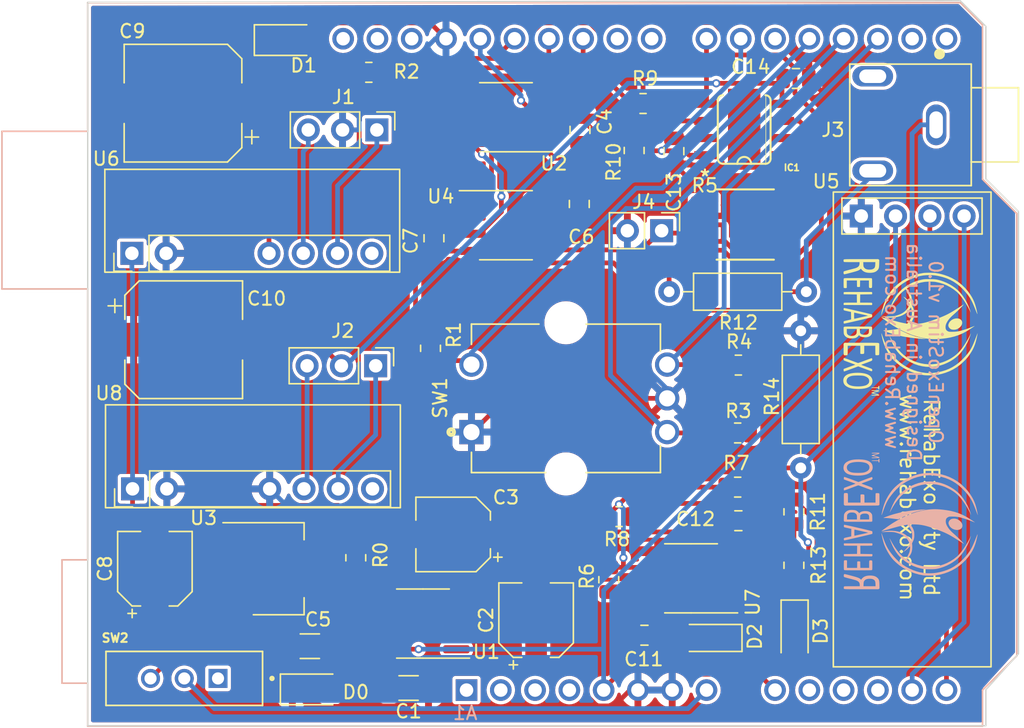
<source format=kicad_pcb>
(kicad_pcb (version 20211014) (generator pcbnew)
  (title_block (title "Programmable Constant Current Stimulator") (date "2023-05-22") (company "RehabExo Pty Ltd") (comment 1 "Dr Monzurul Alam"))
  (layers (0 "F.Cu" signal) (31 "B.Cu" signal) (34 "B.Paste" user) (35 "F.Paste" user) (36 "B.SilkS" user "B.Silkscreen") (37 "F.SilkS" user "F.Silkscreen") (38 "B.Mask" user) (39 "F.Mask" user) (44 "Edge.Cuts" user))
  (net 0 "")
  (net 5 "+5V")
  (net 6 "GND")
  (net 8 "/Isense")
  (net 11 "/SDA")
  (net 12 "/SCL")
  (net 15 "/EN")
  (net 16 "/FLG")
  (net 19 "Net-(A1-Pad17)")
  (net 20 "Net-(A1-Pad18)")
  (net 21 "Net-(A1-Pad27)")
  (net 23 "/CS")
  (net 24 "/SDI")
  (net 26 "/SCK")
  (net 30 "Net-(C2-Pad1)")
  (net 31 "Net-(C2-Pad2)")
  (net 32 "-5V")
  (net 33 "/+HV")
  (net 34 "/-HV")
  (net 35 "Net-(D1-Pad2)")
  (net 36 "Net-(D2-Pad1)")
  (net 37 "Net-(IC1-Pad2)")
  (net 38 "Net-(IC1-Pad3)")
  (net 39 "Net-(IC1-Pad6)")
  (net 40 "/HEAT")
  (net 41 "/+Iout")
  (net 42 "Net-(D2-Pad2)")
  (net 43 "/-Iout")
  (net 44 "/Vbat")
  (net 45 "/Vn")
  (net 46 "/Vp")
  (net 47 "/-2Rf")
  (net 49 "/-Rf")
  (net 51 "/-48v")
  (net 52 "/-24v")
  (net 53 "/+5P")
  (net 57 "Net-(A1-Pad19)")
  (net 58 "Net-(C5-Pad1)")
  (net 59 "Net-(D3-Pad1)")
  (net 60 "Net-(R6-Pad2)")
  (net 62 "/Vsig")
  (net 63 "Net-(D0-Pad2)")
  (footprint "Capacitor_SMD:CP_Elec_5x5.3" (layer "F.Cu") (at 207.2132 109.5248 90)
    (fp_text reference "C2")
    (fp_text value "10uF")
  )
  (footprint "Package_SO:SOIC-8_3.9x4.9mm_P1.27mm" (layer "F.Cu") (at 204.978 72.263 180)
    (fp_text reference "U2")
    (fp_text value "MCP4822")
  )
  (footprint "Capacitor_SMD:C_0805_2012Metric" (layer "F.Cu") (at 210.4136 78.6892 -90)
    (fp_text reference "C6")
    (fp_text value "100n")
  )
  (footprint "Resistor_THT:R_Axial_DIN0207_L6.3mm_D2.5mm_P10.16mm_Horizontal" (layer "F.Cu") (at 217.0684 85.1916)
    (fp_text reference "R12")
    (fp_text value "20R")
  )
  (footprint "Resistor_SMD:R_0805_2012Metric" (layer "F.Cu") (at 194.8199 68.9356)
    (fp_text reference "R2")
    (fp_text value "270R")
  )
  (footprint "Capacitor_SMD:CP_Elec_5x5.3" (layer "F.Cu") (at 201.0664 103.1748 180)
    (fp_text reference "C3")
    (fp_text value "10uF")
  )
  (footprint "Connector_PinHeader_2.54mm:PinHeader_1x03_P2.54mm_Vertical" (layer "F.Cu") (at 195.4126 73.2028 -90)
    (fp_text reference "J1")
    (fp_text value "+Jumber")
  )
  (footprint "RehabExo:RehabExoNameLogo_11mmx15.6mm" (layer "F.Cu") (at 233.511354 87.597991 -90)
    (fp_text reference "G1" hide)
    (fp_text value "LOGO" hide)
  )
  (footprint "Package_SO:SOIC-8_3.9x4.9mm_P1.27mm" (layer "F.Cu") (at 218.694 106.426 180)
    (fp_text reference "U7")
    (fp_text value "TL072")
  )
  (footprint "Package_SO:SOIC-8_3.9x4.9mm_P1.27mm" (layer "F.Cu") (at 198.8312 109.7788 180)
    (fp_text reference "U1")
    (fp_text value "ICL7660")
  )
  (footprint "Package_TO_SOT_SMD:SOT-223" (layer "F.Cu") (at 188.1124 105.7148)
    (fp_text reference "U3")
    (fp_text value "AZ1117EH-5.0TRG1")
  )
  (footprint "LED_SMD:LED_1206_3216Metric" (layer "F.Cu") (at 188.6204 66.548)
    (fp_text reference "D1")
    (fp_text value "LED")
  )
  (footprint "RehabExo:SO08GP" (layer "F.Cu") (at 222.631 73.152 90)
    (fp_text reference "IC1")
    (fp_text value "OPA454")
  )
  (footprint "RehabExo:ENC_PEC12R-4025F-S0024" (layer "F.Cu") (at 209.423 93.091 180)
    (fp_text reference "SW1")
    (fp_text value "RotaryEncoder_Switch")
  )
  (footprint "RehabExo:CUI_MJ-2506N" (layer "F.Cu") (at 234.453 72.8275 180)
    (fp_text reference "J3")
    (fp_text value "OUTPUT")
  )
  (footprint "Resistor_SMD:R_0805_2012Metric" (layer "F.Cu") (at 222.1992 90.6272 180)
    (fp_text reference "R4")
    (fp_text value "10K")
  )
  (footprint "Resistor_SMD:R_0805_2012Metric" (layer "F.Cu") (at 193.8528 104.902 90)
    (fp_text reference "R0")
    (fp_text value "270R")
  )
  (footprint "Capacitor_SMD:C_0805_2012Metric" (layer "F.Cu") (at 199.644 81.2292 -90)
    (fp_text reference "C7")
    (fp_text value "100n")
  )
  (footprint "Connector_PinHeader_2.54mm:PinHeader_1x02_P2.54mm_Vertical" (layer "F.Cu") (at 216.5146 80.6704 -90)
    (fp_text reference "J4")
    (fp_text value "Test")
  )
  (footprint "Capacitor_SMD:CP_Elec_8x10.5" (layer "F.Cu") (at 181.102 88.7476)
    (fp_text reference "C10")
    (fp_text value "33uF")
  )
  (footprint "Capacitor_SMD:C_0805_2012Metric" (layer "F.Cu") (at 222.1992 102.1588)
    (fp_text reference "C12")
    (fp_text value "100n")
  )
  (footprint "RehabExo:NMT0572SC" (layer "F.Cu") (at 186.2328 99.7966)
    (fp_text reference "U8")
    (fp_text value "NMT0572SC")
  )
  (footprint "Resistor_SMD:R_0805_2012Metric" (layer "F.Cu") (at 213.36 101.854)
    (fp_text reference "R8")
    (fp_text value "20K")
  )
  (footprint "LED_SMD:LED_1206_3216Metric" (layer "F.Cu") (at 190.5508 114.6556)
    (fp_text reference "D0")
    (fp_text value "LED")
  )
  (footprint "Capacitor_SMD:C_1206_3216Metric" (layer "F.Cu") (at 197.7644 114.554)
    (fp_text reference "C1")
    (fp_text value "1uF")
  )
  (footprint "Resistor_SMD:R_0805_2012Metric" (layer "F.Cu") (at 226.314 105.4608 -90)
    (fp_text reference "R13")
    (fp_text value "20K")
  )
  (footprint "Diode_SMD:D_SOD-123" (layer "F.Cu") (at 226.3648 110.2868 -90)
    (fp_text reference "D3")
    (fp_text value "1N4148")
  )
  (footprint "Resistor_SMD:R_0805_2012Metric" (layer "F.Cu") (at 226.314 101.4984 -90)
    (fp_text reference "R11")
    (fp_text value "20K")
  )
  (footprint "RehabExo:MDOB128032GV-WI" (layer "F.Cu") (at 234.696 79.583)
    (fp_text reference "U5")
    (fp_text value "MDOB128032")
  )
  (footprint "Capacitor_SMD:C_0805_2012Metric" (layer "F.Cu") (at 215.2396 110.6424 180)
    (fp_text reference "C11")
    (fp_text value "100n")
  )
  (footprint "Resistor_SMD:R_0805_2012Metric" (layer "F.Cu") (at 215.138 71.247)
    (fp_text reference "R9")
    (fp_text value "1M")
  )
  (footprint "Resistor_SMD:R_0805_2012Metric" (layer "F.Cu") (at 222.1484 99.6696)
    (fp_text reference "R7")
    (fp_text value "10K")
  )
  (footprint "Connector_PinHeader_2.54mm:PinHeader_1x03_P2.54mm_Vertical" (layer "F.Cu") (at 195.326 90.678 -90)
    (fp_text reference "J2")
    (fp_text value "-Jumber")
  )
  (footprint "Capacitor_SMD:C_0805_2012Metric" (layer "F.Cu") (at 226.4664 69.3928)
    (fp_text reference "C14")
    (fp_text value "100n")
  )
  (footprint "Package_SO:SOIC-8_3.9x4.9mm_P1.27mm" (layer "F.Cu") (at 204.978 80.264)
    (fp_text reference "U4")
    (fp_text value "AD8278")
  )
  (footprint "Resistor_SMD:R_0805_2012Metric" (layer "F.Cu") (at 214.4776 74.7268 -90)
    (fp_text reference "R10")
    (fp_text value "1M")
  )
  (footprint "Capacitor_SMD:CP_Elec_8x10.5" (layer "F.Cu") (at 181.0512 71.2216 180)
    (fp_text reference "C9")
    (fp_text value "33uF")
  )
  (footprint "RehabExo:NMT0572SC" (layer "F.Cu") (at 186.182 82.3468)
    (fp_text reference "U6")
    (fp_text value "NMT0572SC")
  )
  (footprint "Resistor_SMD:R_0805_2012Metric" (layer "F.Cu") (at 212.598 106.5276 90)
    (fp_text reference "R6")
    (fp_text value "20K")
  )
  (footprint "Diode_SMD:D_SOD-123" (layer "F.Cu") (at 220.218 110.8456 180)
    (fp_text reference "D2")
    (fp_text value "1N4148")
  )
  (footprint "Resistor_THT:R_Axial_DIN0207_L6.3mm_D2.5mm_P10.16mm_Horizontal" (layer "F.Cu") (at 226.822 98.2472 90)
    (fp_text reference "R14")
    (fp_text value "10R")
  )
  (footprint "Resistor_SMD:R_0805_2012Metric" (layer "F.Cu") (at 222.1484 95.6564 180)
    (fp_text reference "R3")
    (fp_text value "10K")
  )
  (footprint "RehabExo:SW_MINI-SPDT-SW" (layer "F.Cu") (at 181.1451 113.8428 180)
    (fp_text reference "SW2")
    (fp_text value "SW_SPDT")
  )
  (footprint "Capacitor_SMD:CP_Elec_5x5.4" (layer "F.Cu") (at 178.9684 105.7148 90)
    (fp_text reference "C8")
    (fp_text value "47uF")
  )
  (footprint "RehabExo:ORN_VIS" (layer "F.Cu") (at 222.7072 80.2132)
    (fp_text reference "R5")
    (fp_text value "ORNTA1003AT1")
  )
  (footprint "Capacitor_SMD:C_0805_2012Metric" (layer "F.Cu") (at 217.424 74.7776 -90)
    (fp_text reference "C13")
    (fp_text value "100n")
  )
  (footprint "Capacitor_SMD:C_1206_3216Metric" (layer "F.Cu") (at 190.4492 111.4552)
    (fp_text reference "C5")
    (fp_text value "1uF")
  )
  (footprint "Resistor_SMD:R_0805_2012Metric" (layer "F.Cu") (at 199.39 89.3845 -90)
    (fp_text reference "R1")
    (fp_text value "10K")
  )
  (footprint "Capacitor_SMD:C_0805_2012Metric" (layer "F.Cu") (at 210.4644 73.2028 90)
    (fp_text reference "C4")
    (fp_text value "100n")
  )
  (footprint "Module:Arduino_UNO_R3" (layer "B.Cu") (at 202.057 114.7064)
    (fp_text reference "A1")
    (fp_text value "Arduino_UNO_R3")
  )
  (footprint "RehabExo:RehabExoNameLogo_11mmx15.6mm" (layer "B.Cu") (at 233.5276 102.4128 90)
    (fp_text reference "G2" hide)
    (fp_text value "LOGO" hide)
  )
  (gr_poly (pts (xy 240.538 65.532) (xy 240.538 76.835) (xy 242.951 79.248) (xy 242.951 112.014) (xy 240.538 114.681) (xy 240.538 117.348) (xy 173.99 117.348) (xy 173.99 63.754) (xy 174.117 63.754) (xy 238.633 63.627)) (layer "Edge.Cuts") (width 0.1) (fill none))
  (gr_text "OpenExoStim v1.0\nDesigned in Australia\nwww.RehabExo.com" (at 235.204 89.662 270) (layer "B.SilkS") (effects (font (size 1 1)) (justify mirror)))
  (gr_text "RehabExo Pty Ltd\nwww.rehabexo.com" (at 235.6104 100.4316 270) (layer "F.SilkS") (effects (font (size 1.1 1.1))))
  (segment (start 196.2894 114.554) (end 196.3562 114.4872) (width 0.35) (layer "F.Cu") (net 5))
  (segment (start 206.0839 83.0554) (end 206.0839 80.4789) (width 0.35) (layer "F.Cu") (net 5))
  (segment (start 196.3636 111.6764) (end 198.5051 111.6764) (width 0.35) (layer "F.Cu") (net 5))
  (segment (start 209.3124 79.629) (end 210.4034 79.629) (width 0.35) (layer "F.Cu") (net 5))
  (segment (start 223.2152 86.5632) (end 223.1117 86.6667) (width 0.35) (layer "F.Cu") (net 5))
  (segment (start 206.0839 80.4789) (end 206.9338 79.629) (width 0.35) (layer "F.Cu") (net 5))
  (segment (start 223.1117 90.1355) (end 223.1117 90.6272) (width 0.35) (layer "F.Cu") (net 5))
  (segment (start 228.0909 86.5632) (end 223.2152 86.5632) (width 0.35) (layer "F.Cu") (net 5))
  (segment (start 212.217 114.7064) (end 212.217 114.615) (width 0.35) (layer "F.Cu") (net 5))
  (segment (start 199.39 88.472) (end 204.8066 83.0554) (width 0.35) (layer "F.Cu") (net 5))
  (segment (start 209.3124 79.629) (end 209.3124 75.3048) (width 0.35) (layer "F.Cu") (net 5))
  (segment (start 196.3562 114.4872) (end 196.3562 111.6838) (width 0.35) (layer "F.Cu") (net 5))
  (segment (start 207.453 79.629) (end 209.3124 79.629) (width 0.35) (layer "F.Cu") (net 5))
  (segment (start 209.3124 75.3048) (end 210.4644 74.1528) (width 0.35) (layer "F.Cu") (net 5))
  (segment (start 223.1117 95.6056) (end 223.1117 90.6272) (width 0.35) (layer "F.Cu") (net 5))
  (segment (start 233.846 80.8081) (end 228.0909 86.5632) (width 0.35) (layer "F.Cu") (net 5))
  (segment (start 210.4034 79.629) (end 210.4136 79.6392) (width 0.35) (layer "F.Cu") (net 5))
  (segment (start 223.1117 86.5632) (end 223.1117 90.1355) (width 0.35) (layer "F.Cu") (net 5))
  (segment (start 223.1117 86.6667) (end 223.1117 90.1355) (width 0.35) (layer "F.Cu") (net 5))
  (segment (start 216.4588 86.5632) (end 223.1117 86.5632) (width 0.35) (layer "F.Cu") (net 5))
  (segment (start 204.8066 83.0554) (end 206.0839 83.0554) (width 0.35) (layer "F.Cu") (net 5))
  (segment (start 206.9338 79.629) (end 207.453 79.629) (width 0.35) (layer "F.Cu") (net 5))
  (segment (start 209.3124 75.3048) (end 208.5898 75.3048) (width 0.35) (layer "F.Cu") (net 5))
  (segment (start 206.0839 83.0554) (end 212.951 83.0554) (width 0.35) (layer "F.Cu") (net 5))
  (segment (start 208.5898 75.3048) (end 207.453 74.168) (width 0.35) (layer "F.Cu") (net 5))
  (segment (start 216.1896 108.3604) (end 216.219 108.331) (width 0.35) (layer "F.Cu") (net 5))
  (segment (start 216.1896 110.6424) (end 216.1896 108.3604) (width 0.35) (layer "F.Cu") (net 5))
  (segment (start 223.0609 95.6564) (end 223.1117 95.6056) (width 0.35) (layer "F.Cu") (net 5))
  (segment (start 212.951 83.0554) (end 216.4588 86.5632) (width 0.35) (layer "F.Cu") (net 5))
  (segment (start 196.3562 111.6838) (end 196.3636 111.6764) (width 0.35) (layer "F.Cu") (net 5))
  (segment (start 233.846 79.583) (end 233.846 80.8081) (width 0.35) (layer "F.Cu") (net 5))
  (segment (start 212.217 114.615) (end 216.1896 110.6424) (width 0.35) (layer "F.Cu") (net 5))
  (via (at 198.5051 111.6764) (size 0.6) (drill 0.35) (layers "F.Cu" "B.Cu") (net 5))
  (segment (start 212.217 107.3223) (end 212.217 111.6764) (width 0.35) (layer "B.Cu") (net 5))
  (segment (start 212.217 111.6764) (end 212.217 114.7064) (width 0.35) (layer "B.Cu") (net 5))
  (segment (start 233.846 85.6933) (end 212.217 107.3223) (width 0.35) (layer "B.Cu") (net 5))
  (segment (start 233.846 79.583) (end 233.846 85.6933) (width 0.35) (layer "B.Cu") (net 5))
  (segment (start 212.217 111.6764) (end 198.5051 111.6764) (width 0.35) (layer "B.Cu") (net 5))
  (segment (start 213.8405 79.3111) (end 212.2685 77.7392) (width 0.35) (layer "F.Cu") (net 6))
  (segment (start 194.0977 74.1216) (end 194.0977 73.2028) (width 0.35) (layer "F.Cu") (net 6))
  (segment (start 179.1165 72.9869) (end 185.5554 66.548) (width 0.35) (layer "F.Cu") (net 6))
  (segment (start 218.7395 77.0431) (end 220.2074 77.0431) (width 0.35) (layer "F.Cu") (net 6))
  (segment (start 216.219 104.521) (end 215.9248 104.2268) (width 0.35) (layer "F.Cu") (net 6))
  (segment (start 177.3512 71.2216) (end 179.1165 72.9869) (width 0.35) (layer "F.Cu") (net 6))
  (segment (start 199.7785 76.5733) (end 199.7785 74.4439) (width 0.35) (layer "F.Cu") (net 6))
  (segment (start 194.9315 103.4114) (end 192.5418 101.0217) (width 0.35) (layer "F.Cu") (net 6))
  (segment (start 217.9537 105.791) (end 221.169 105.791) (width 0.35) (layer "F.Cu") (net 6))
  (segment (start 205.0034 93.091) (end 202.5034 95.591) (width 0.35) (layer "F.Cu") (net 6))
  (segment (start 217.424 75.7276) (end 213.8405 79.3111) (width 0.35) (layer "F.Cu") (net 6))
  (segment (start 194.9315 104.5435) (end 194.9315 103.4114) (width 0.35) (layer "F.Cu") (net 6))
  (segment (start 179.8528 91.1984) (end 179.8528 99.7966) (width 0.35) (layer "F.Cu") (net 6))
  (segment (start 216.6837 104.521) (end 217.9537 105.791) (width 0.35) (layer "F.Cu") (net 6))
  (segment (start 210.996 110.6424) (end 214.2896 110.6424) (width 0.35) (layer "F.Cu") (net 6))
  (segment (start 213.9746 79.4453) (end 213.8405 79.3111) (width 0.35) (layer "F.Cu") (net 6))
  (segment (start 220.2074 77.0431) (end 221.0757 77.9114) (width 0.35) (layer "F.Cu") (net 6))
  (segment (start 186.2304 101.0217) (end 184.9624 102.2897) (width 0.35) (layer "F.Cu") (net 6))
  (segment (start 189.578 114.2284) (end 191.9242 111.8822) (width 0.35) (layer "F.Cu") (net 6))
  (segment (start 199.3619 65.2713) (end 200.537 66.4464) (width 0.35) (layer "F.Cu") (net 6))
  (segment (start 187.4728 99.7966) (end 187.4728 101.0217) (width 0.35) (layer "F.Cu") (net 6))
  (segment (start 179.8528 102.2897) (end 184.9624 102.2897) (width 0.35) (layer "F.Cu") (net 6))
  (segment (start 211.730501 115.880911) (end 210.996 115.14641) (width 0.35) (layer "F.Cu") (net 6))
  (segment (start 194.42 74.4439) (end 194.0977 74.1216) (width 0.35) (layer "F.Cu") (net 6))
  (segment (start 227.4164 69.3928) (end 230.0809 72.0573) (width 0.35) (layer "F.Cu") (net 6))
  (segment (start 185.5554 66.548) (end 187.2204 66.548) (width 0.35) (layer "F.Cu") (net 6))
  (segment (start 189.1508 114.6556) (end 189.578 114.2284) (width 0.35) (layer "F.Cu") (net 6))
  (segment (start 199.9554 108.2633) (end 200.8359 109.1438) (width 0.35) (layer "F.Cu") (net 6))
  (segment (start 187.4728 101.0217) (end 186.2304 101.0217) (width 0.35) (layer "F.Cu") (net 6))
  (segment (start 212.2685 77.7392) (end 211.5771 77.7392) (width 0.35) (layer "F.Cu") (net 6))
  (segment (start 223.1492 104.3164) (end 223.1492 102.1588) (width 0.35) (layer "F.Cu") (net 6))
  (segment (start 201.115 73.1074) (end 201.115 72.898) (width 0.35) (layer "F.Cu") (net 6))
  (segment (start 179.1165 72.9869) (end 179.802 73.6724) (width 0.35) (layer "F.Cu") (net 6))
  (segment (start 222.686 77.9114) (end 221.0757 77.9114) (width 0.35) (layer "F.Cu") (net 6))
  (segment (start 194.573 104.902) (end 194.9315 104.5435) (width 0.35) (layer "F.Cu") (net 6))
  (segment (start 203.2664 104.2268) (end 203.1975 104.2268) (width 0.35) (layer "F.Cu") (net 6))
  (segment (start 212.998289 115.880911) (end 211.730501 115.880911) (width 0.35) (layer "F.Cu") (net 6))
  (segment (start 231.306 79.583) (end 231.306 78.3579) (width 0.35) (layer "F.Cu") (net 6))
  (segment (start 210.996 115.14641) (end 210.996 110.6424) (width 0.35) (layer "F.Cu") (net 6))
  (segment (start 191.9242 111.4552) (end 192.7309 110.6485) (width 0.35) (layer "F.Cu") (net 6))
  (segment (start 211.5771 77.7392) (end 210.4136 77.7392) (width 0.35) (layer "F.Cu") (net 6))
  (segment (start 216.219 104.521) (end 216.6837 104.521) (width 0.35) (layer "F.Cu") (net 6))
  (segment (start 216.923 93.091) (end 205.0034 93.091) (width 0.35) (layer "F.Cu") (net 6))
  (segment (start 199.7785 74.4439) (end 201.115 73.1074) (width 0.35) (layer "F.Cu") (net 6))
  (segment (start 210.996 110.6424) (end 210.996 104.2268) (width 0.35) (layer "F.Cu") (net 6))
  (segment (start 221.6746 105.791) (end 223.1492 104.3164) (width 0.35) (layer "F.Cu") (net 6))
  (segment (start 219.9767 79.5782) (end 221.0757 79.5782) (width 0.35) (layer "F.Cu") (net 6))
  (segment (start 197.8806 115.9128) (end 190.408 115.9128) (width 0.35) (layer "F.Cu") (net 6))
  (segment (start 225.431 75.077) (end 225.431 75.1664) (width 0.35) (layer "F.Cu") (net 6))
  (segment (start 200.8359 109.1438) (end 201.3062 109.1438) (width 0.35) (layer "F.Cu") (net 6))
  (segment (start 211.5771 73.3655) (end 210.4644 72.2528) (width 0.35) (layer "F.Cu") (net 6))
  (segment (start 203.2664 103.1748) (end 203.2664 104.2268) (width 0.35) (layer "F.Cu") (net 6))
  (segment (start 217.297 114.7064) (end 214.757 114.7064) (width 0.35) (layer "F.Cu") (net 6))
  (segment (start 211.5771 77.7392) (end 211.5771 73.3655) (width 0.35) (layer "F.Cu") (net 6))
  (segment (start 192.5418 101.0217) (end 187.4728 101.0217) (width 0.35) (layer "F.Cu") (net 6))
  (segment (start 202.5034 95.591) (end 202.423 95.591) (width 0.35) (layer "F.Cu") (net 6))
  (segment (start 201.5642 78.359) (end 199.7785 76.5733) (width 0.35) (layer "F.Cu") (net 6))
  (segment (start 184.9624 103.4148) (end 184.9624 102.2897) (width 0.35) (layer "F.Cu") (net 6))
  (segment (start 199.9554 107.4689) (end 199.9554 108.2633) (width 0.35) (layer "F.Cu") (net 6))
  (segment (start 203.1975 104.2268) (end 199.9554 107.4689) (width 0.35) (layer "F.Cu") (net 6))
  (segment (start 215.9248 104.2268) (end 210.996 104.2268) (width 0.35) (layer "F.Cu") (net 6))
  (segment (start 221.0757 77.9114) (end 221.0757 79.5782) (width 0.35) (layer "F.Cu") (net 6))
  (segment (start 179.802 86.3476) (end 177.402 88.7476) (width 0.35) (layer "F.Cu") (net 6))
  (segment (start 230.0809 72.0573) (end 230.0809 77.1328) (width 0.35) (layer "F.Cu") (net 6))
  (segment (start 192.7309 110.6485) (end 192.7309 105.3125) (width 0.35) (layer "F.Cu") (net 6))
  (segment (start 193.1414 104.902) (end 194.573 104.902) (width 0.35) (layer "F.Cu") (net 6))
  (segment (start 179.8528 102.2897) (end 179.8528 102.6304) (width 0.35) (layer "F.Cu") (net 6))
  (segment (start 179.8528 99.7966) (end 179.8528 102.2897) (width 0.35) (layer "F.Cu") (net 6))
  (segment (start 225.431 75.1664) (end 222.686 77.9114) (width 0.35) (layer "F.Cu") (net 6))
  (segment (start 230.0809 77.1328) (end 231.306 78.3579) (width 0.35) (layer "F.Cu") (net 6))
  (segment (start 202.503 78.359) (end 201.5642 78.359) (width 0.35) (layer "F.Cu") (net 6))
  (segment (start 201.115 72.898) (end 202.503 72.898) (width 0.35) (layer "F.Cu") (net 6))
  (segment (start 192.8726 73.2028) (end 194.0977 73.2028) (width 0.35) (layer "F.Cu") (net 6))
  (segment (start 191.9242 111.8822) (end 191.9242 111.4552) (width 0.35) (layer "F.Cu") (net 6))
  (segment (start 179.8528 102.6304) (end 178.9684 103.5148) (width 0.35) (layer "F.Cu") (net 6))
  (segment (start 179.802 82.3468) (end 179.802 86.3476) (width 0.35) (layer "F.Cu") (net 6))
  (segment (start 210.996 104.2268) (end 203.2664 104.2268) (width 0.35) (layer "F.Cu") (net 6))
  (segment (start 221.169 105.791) (end 221.6746 105.791) (width 0.35) (layer "F.Cu") (net 6))
  (segment (start 201.115 71.2973) (end 202.0543 70.358) (width 0.35) (layer "F.Cu") (net 6))
  (segment (start 214.757 114.7064) (end 214.1728 114.7064) (width 0.35) (layer "F.Cu") (net 6))
  (segment (start 179.802 73.6724) (end 179.802 82.3468) (width 0.35) (layer "F.Cu") (net 6))
  (segment (start 217.424 75.7276) (end 218.7395 77.0431) (width 0.35) (layer "F.Cu") (net 6))
  (segment (start 201.115 72.898) (end 201.115 71.2973) (width 0.35) (layer "F.Cu") (net 6))
  (segment (start 214.1728 114.7064) (end 212.998289 115.880911) (width 0.35) (layer "F.Cu") (net 6))
  (segment (start 177.402 88.7476) (end 179.8528 91.1984) (width 0.35) (layer "F.Cu") (net 6))
  (segment (start 202.0543 70.358) (end 202.503 70.358) (width 0.35) (layer "F.Cu") (net 6))
  (segment (start 201.5642 78.359) (end 199.644 80.2792) (width 0.35) (layer "F.Cu") (net 6))
  (segment (start 199.2394 110.7403) (end 200.8359 109.1438) (width 0.35) (layer "F.Cu") (net 6))
  (segment (start 188.4971 65.2713) (end 199.3619 65.2713) (width 0.35) (layer "F.Cu") (net 6))
  (segment (start 189.578 115.0828) (end 189.578 114.2284) (width 0.35) (layer "F.Cu") (net 6))
  (segment (start 199.2394 114.554) (end 199.2394 110.7403) (width 0.35) (layer "F.Cu") (net 6))
  (segment (start 199.7785 74.4439) (end 194.42 74.4439) (width 0.35) (layer "F.Cu") (net 6))
  (segment (start 190.408 115.9128) (end 189.578 115.0828) (width 0.35) (layer "F.Cu") (net 6))
  (segment (start 199.2394 114.554) (end 197.8806 115.9128) (width 0.35) (layer "F.Cu") (net 6))
  (segment (start 187.2204 66.548) (end 188.4971 65.2713) (width 0.35) (layer "F.Cu") (net 6))
  (segment (start 213.9746 80.6704) (end 213.9746 79.4453) (width 0.35) (layer "F.Cu") (net 6))
  (segment (start 192.7309 105.3125) (end 193.1414 104.902) (width 0.35) (layer "F.Cu") (net 6))
  (segment (start 213.9746 86.5449) (end 213.9746 80.6704) (width 0.35) (layer "B.Cu") (net 6))
  (segment (start 214.5247 90.0102) (end 214.5247 87.095) (width 0.35) (layer "B.Cu") (net 6))
  (segment (start 231.306 79.583) (end 231.306 82.7846) (width 0.35) (layer "B.Cu") (net 6))
  (segment (start 217.2643 92.7497) (end 221.9268 88.0872) (width 0.35) (layer "B.Cu") (net 6))
  (segment (start 217.2643 92.7497) (end 214.5247 90.0102) (width 0.35) (layer "B.Cu") (net 6))
  (segment (start 201.1479 95.591) (end 202.423 95.591) (width 0.35) (layer "B.Cu") (net 6))
  (segment (start 226.822 88.0872) (end 226.822 86.9121) (width 0.35) (layer "B.Cu") (net 6))
  (segment (start 231.306 82.7846) (end 227.1785 86.9121) (width 0.35) (layer "B.Cu") (net 6))
  (segment (start 194.0977 73.2028) (end 192.8726 73.2028) (width 0.35) (layer "B.Cu") (net 6))
  (segment (start 195.6898 101.0491) (end 201.1479 95.591) (width 0.35) (layer "B.Cu") (net 6))
  (segment (start 221.9268 88.0872) (end 226.822 88.0872) (width 0.35) (layer "B.Cu") (net 6))
  (segment (start 200.537 66.4464) (end 199.7426 66.4464) (width 0.35) (layer "B.Cu") (net 6))
  (segment (start 216.923 93.091) (end 217.2643 92.7497) (width 0.35) (layer "B.Cu") (net 6))
  (segment (start 227.1785 86.9121) (end 226.822 86.9121) (width 0.35) (layer "B.Cu") (net 6))
  (segment (start 188.7253 101.0491) (end 195.6898 101.0491) (width 0.35) (layer "B.Cu") (net 6))
  (segment (start 187.4728 99.7966) (end 188.7253 101.0491) (width 0.35) (layer "B.Cu") (net 6))
  (segment (start 199.7426 66.4464) (end 194.0977 72.0913) (width 0.35) (layer "B.Cu") (net 6))
  (segment (start 194.0977 72.0913) (end 194.0977 73.2028) (width 0.35) (layer "B.Cu") (net 6))
  (segment (start 214.5247 87.095) (end 213.9746 86.5449) (width 0.35) (layer "B.Cu") (net 6))
  (segment (start 212.9771 107.061) (end 212.598 107.4401) (width 0.35) (layer "F.Cu") (net 8))
  (segment (start 219.4609 113.5313) (end 217.6059 111.6763) (width 0.35) (layer "F.Cu") (net 8))
  (segment (start 216.219 107.061) (end 212.9771 107.061) (width 0.35) (layer "F.Cu") (net 8))
  (segment (start 217.6059 107.7255) (end 216.9414 107.061) (width 0.35) (layer "F.Cu") (net 8))
  (segment (start 223.7165 113.5313) (end 219.4609 113.5313) (width 0.35) (layer "F.Cu") (net 8))
  (segment (start 224.8916 114.7064) (end 223.7165 113.5313) (width 0.35) (layer "F.Cu") (net 8))
  (segment (start 217.6059 111.6763) (end 217.6059 107.7255) (width 0.35) (layer "F.Cu") (net 8))
  (segment (start 224.917 114.7064) (end 224.8916 114.7064) (width 0.35) (layer "F.Cu") (net 8))
  (segment (start 216.9414 107.061) (end 216.219 107.061) (width 0.35) (layer "F.Cu") (net 8))
  (segment (start 238.926 109.6823) (end 238.926 80.8081) (width 0.35) (layer "B.Cu") (net 11))
  (segment (start 235.077 114.7064) (end 235.077 113.5313) (width 0.35) (layer "B.Cu") (net 11))
  (segment (start 235.077 113.5313) (end 238.926 109.6823) (width 0.35) (layer "B.Cu") (net 11))
  (segment (start 238.926 79.583) (end 238.926 80.8081) (width 0.35) (layer "B.Cu") (net 11))
  (segment (start 237.617 114.7064) (end 237.617 82.0391) (width 0.35) (layer "F.Cu") (net 12))
  (segment (start 236.386 79.583) (end 236.386 80.8081) (width 0.35) (layer "F.Cu") (net 12))
  (segment (start 237.617 82.0391) (end 236.386 80.8081) (width 0.35) (layer "F.Cu") (net 12))
  (segment (start 215.3682 74.7487) (end 216.529 74.7487) (width 0.35) (layer "F.Cu") (net 15))
  (segment (start 216.529 74.7487) (end 218.2276 74.7487) (width 0.35) (layer "F.Cu") (net 15))
  (segment (start 219.831 75.077) (end 218.5559 75.077) (width 0.35) (layer "F.Cu") (net 15))
  (segment (start 214.4776 75.6393) (end 215.3682 74.7487) (width 0.35) (layer "F.Cu") (net 15))
  (segment (start 218.2276 74.7487) (end 218.5559 75.077) (width 0.35) (layer "F.Cu") (net 15))
  (via (at 216.529 74.7487) (size 0.6) (drill 0.35) (layers "F.Cu" "B.Cu") (net 15))
  (segment (start 222.377 66.4464) (end 222.377 68.9007) (width 0.35) (layer "B.Cu") (net 15))
  (segment (start 222.377 68.9007) (end 216.529 74.7487) (width 0.35) (layer "B.Cu") (net 15))
  (segment (start 219.837 71.261) (end 219.831 71.267) (width 0.35) (layer "F.Cu") (net 16))
  (segment (start 216.0505 71.247) (end 216.0705 71.267) (width 0.35) (layer "F.Cu") (net 16))
  (segment (start 216.0705 71.267) (end 219.831 71.267) (width 0.35) (layer "F.Cu") (net 16))
  (segment (start 219.837 66.4464) (end 219.837 71.261) (width 0.35) (layer "F.Cu") (net 16))
  (segment (start 216.923 90.591) (end 221.2505 90.591) (width 0.35) (layer "F.Cu") (net 19))
  (segment (start 221.2505 90.591) (end 221.2867 90.6272) (width 0.35) (layer "F.Cu") (net 19))
  (segment (start 221.1472 86.3668) (end 216.923 90.591) (width 0.35) (layer "B.Cu") (net 19))
  (segment (start 232.537 66.4464) (end 221.1472 77.8362) (width 0.35) (layer "B.Cu") (net 19))
  (segment (start 221.1472 77.8362) (end 221.1472 86.3668) (width 0.35) (layer "B.Cu") (net 19))
  (segment (start 221.2359 95.6564) (end 216.9884 95.6564) (width 0.35) (layer "F.Cu") (net 20))
  (segment (start 216.9884 95.6564) (end 216.923 95.591) (width 0.35) (layer "F.Cu") (net 20))
  (segment (start 213.8847 79.0237) (end 212.7247 80.1837) (width 0.35) (layer "B.Cu") (net 20))
  (segment (start 229.9208 66.4464) (end 217.3435 79.0237) (width 0.35) (layer "B.Cu") (net 20))
  (segment (start 212.7247 91.3927) (end 216.923 95.591) (width 0.35) (layer "B.Cu") (net 20))
  (segment (start 217.3435 79.0237) (end 213.8847 79.0237) (width 0.35) (layer "B.Cu") (net 20))
  (segment (start 212.7247 80.1837) (end 212.7247 91.3927) (width 0.35) (layer "B.Cu") (net 20))
  (segment (start 229.997 66.4464) (end 229.9208 66.4464) (width 0.35) (layer "B.Cu") (net 20))
  (segment (start 204.1562 67.9072) (end 196.7608 67.9072) (width 0.35) (layer "F.Cu") (net 21))
  (segment (start 205.617 66.4464) (end 204.1562 67.9072) (width 0.35) (layer "F.Cu") (net 21))
  (segment (start 196.7608 67.9072) (end 195.7324 68.9356) (width 0.35) (layer "F.Cu") (net 21))
  (segment (start 210.697 66.4464) (end 210.697 70.1476) (width 0.35) (layer "F.Cu") (net 23))
  (segment (start 207.9466 72.898) (end 207.453 72.898) (width 0.35) (layer "F.Cu") (net 23))
  (segment (start 210.697 70.1476) (end 207.9466 72.898) (width 0.35) (layer "F.Cu") (net 23))
  (segment (start 208.157 69.654) (end 207.453 70.358) (width 0.35) (layer "F.Cu") (net 24))
  (segment (start 208.157 66.4464) (end 208.157 69.654) (width 0.35) (layer "F.Cu") (net 24))
  (segment (start 206.7028 71.628) (end 207.453 71.628) (width 0.35) (layer "F.Cu") (net 26))
  (segment (start 206.0957 71.0209) (end 206.7028 71.628) (width 0.35) (layer "F.Cu") (net 26))
  (via (at 206.0957 71.0209) (size 0.6) (drill 0.35) (layers "F.Cu" "B.Cu") (net 26))
  (segment (start 203.077 66.4464) (end 203.077 67.6215) (width 0.35) (layer "B.Cu") (net 26))
  (segment (start 206.0957 70.6402) (end 206.0957 71.0209) (width 0.35) (layer "B.Cu") (net 26))
  (segment (start 203.077 67.6215) (end 206.0957 70.6402) (width 0.35) (layer "B.Cu") (net 26))
  (segment (start 205.9022 110.4138) (end 207.2132 111.7248) (width 0.35) (layer "F.Cu") (net 30))
  (segment (start 201.3062 110.4138) (end 205.9022 110.4138) (width 0.35) (layer "F.Cu") (net 30))
  (segment (start 201.8552 107.3248) (end 207.2132 107.3248) (width 0.35) (layer "F.Cu") (net 31))
  (segment (start 201.3062 107.8738) (end 201.8552 107.3248) (width 0.35) (layer "F.Cu") (net 31))
  (segment (start 198.8664 101.997) (end 198.8664 103.1748) (width 0.35) (layer "F.Cu") (net 32))
  (segment (start 198.8664 101.997) (end 208.624 101.997) (width 0.35) (layer "F.Cu") (net 32))
  (segment (start 198.2795 83.5437) (end 198.2795 101.4101) (width 0.35) (layer "F.Cu") (net 32))
  (segment (start 221.169 102.239) (end 221.169 102.9895) (width 0.35) (layer "F.Cu") (net 32))
  (segment (start 221.169 102.9895) (end 221.169 104.521) (width 0.35) (layer "F.Cu") (net 32))
  (segment (start 198.8664 105.3636) (end 198.8664 103.1748) (width 0.35) (layer "F.Cu") (net 32))
  (segment (start 196.3562 107.8738) (end 198.8664 105.3636) (width 0.35) (layer "F.Cu") (net 32))
  (segment (start 221.2492 102.1588) (end 221.169 102.239) (width 0.35) (layer "F.Cu") (net 32))
  (segment (start 199.644 82.1792) (end 198.2795 83.5437) (width 0.35) (layer "F.Cu") (net 32))
  (segment (start 202.503 82.169) (end 202.4928 82.1792) (width 0.35) (layer "F.Cu") (net 32))
  (segment (start 208.624 101.997) (end 209.6165 102.9895) (width 0.35) (layer "F.Cu") (net 32))
  (segment (start 198.2795 101.4101) (end 198.8664 101.997) (width 0.35) (layer "F.Cu") (net 32))
  (segment (start 202.4928 82.1792) (end 199.644 82.1792) (width 0.35) (layer "F.Cu") (net 32))
  (segment (start 209.6165 102.9895) (end 221.169 102.9895) (width 0.35) (layer "F.Cu") (net 32))
  (segment (start 187.422 82.3468) (end 187.422 81.1217) (width 0.35) (layer "F.Cu") (net 33))
  (segment (start 214.2255 71.247) (end 211.967 68.9885) (width 0.35) (layer "F.Cu") (net 33))
  (segment (start 205.1506 68.6001) (end 199.9266 68.6001) (width 0.35) (layer "F.Cu") (net 33))
  (segment (start 219.831 73.807) (end 217.4446 73.807) (width 0.35) (layer "F.Cu") (net 33))
  (segment (start 214.4776 73.8143) (end 214.2255 73.5622) (width 0.35) (layer "F.Cu") (net 33))
  (segment (start 187.422 81.1217) (end 187.422 71.2216) (width 0.35) (layer "F.Cu") (net 33))
  (segment (start 206.887 66.0305) (end 206.887 66.8637) (width 0.35) (layer "F.Cu") (net 33))
  (segment (start 199.9266 68.6001) (end 197.3051 71.2216) (width 0.35) (layer "F.Cu") (net 33))
  (segment (start 217.4446 73.807) (end 217.424 73.8276) (width 0.35) (layer "F.Cu") (net 33))
  (segment (start 206.887 66.8637) (end 205.1506 68.6001) (width 0.35) (layer "F.Cu") (net 33))
  (segment (start 214.2255 73.5622) (end 214.2255 71.247) (width 0.35) (layer "F.Cu") (net 33))
  (segment (start 207.6493 65.2682) (end 206.887 66.0305) (width 0.35) (layer "F.Cu") (net 33))
  (segment (start 217.4107 73.8143) (end 214.4776 73.8143) (width 0.35) (layer "F.Cu") (net 33))
  (segment (start 217.424 73.8276) (end 217.4107 73.8143) (width 0.35) (layer "F.Cu") (net 33))
  (segment (start 211.967 68.9885) (end 211.967 66.0518) (width 0.35) (layer "F.Cu") (net 33))
  (segment (start 187.422 71.2216) (end 184.7512 71.2216) (width 0.35) (layer "F.Cu") (net 33))
  (segment (start 211.967 66.0518) (end 211.1834 65.2682) (width 0.35) (layer "F.Cu") (net 33))
  (segment (start 211.1834 65.2682) (end 207.6493 65.2682) (width 0.35) (layer "F.Cu") (net 33))
  (segment (start 197.3051 71.2216) (end 187.422 71.2216) (width 0.35) (layer "F.Cu") (net 33))
  (segment (start 192.786 90.678) (end 190.8556 88.7476) (width 0.35) (layer "F.Cu") (net 34))
  (segment (start 225.431 69.7493) (end 220.5585 69.7493) (width 0.35) (layer "F.Cu") (net 34))
  (segment (start 225.5164 69.3928) (end 225.431 69.4782) (width 0.35) (layer "F.Cu") (net 34))
  (segment (start 190.8556 88.7476) (end 184.802 88.7476) (width 0.35) (layer "F.Cu") (net 34))
  (segment (start 225.431 69.7493) (end 225.431 71.267) (width 0.35) (layer "F.Cu") (net 34))
  (segment (start 225.431 69.4782) (end 225.431 69.7493) (width 0.35) (layer "F.Cu") (net 34))
  (via (at 220.5585 69.7493) (size 0.6) (drill 0.35) (layers "F.Cu" "B.Cu") (net 34))
  (segment (start 214.021 69.7493) (end 220.5585 69.7493) (width 0.35) (layer "B.Cu") (net 34))
  (segment (start 193.0923 90.678) (end 214.021 69.7493) (width 0.35) (layer "B.Cu") (net 34))
  (segment (start 192.786 90.678) (end 193.0923 90.678) (width 0.35) (layer "B.Cu") (net 34))
  (segment (start 190.0204 66.548) (end 192.408 68.9356) (width 0.35) (layer "F.Cu") (net 35))
  (segment (start 192.408 68.9356) (end 193.9074 68.9356) (width 0.35) (layer "F.Cu") (net 35))
  (segment (start 223.5811 111.9368) (end 226.3648 111.9368) (width 0.35) (layer "F.Cu") (net 36))
  (segment (start 222.4899 110.8456) (end 223.5811 111.9368) (width 0.35) (layer "F.Cu") (net 36))
  (segment (start 221.6648 110.8456) (end 222.4899 110.8456) (width 0.35) (layer "F.Cu") (net 36))
  (segment (start 221.169 108.331) (end 221.6648 108.8268) (width 0.35) (layer "F.Cu") (net 36))
  (segment (start 221.6648 108.8268) (end 221.6648 110.8456) (width 0.35) (layer "F.Cu") (net 36))
  (segment (start 225.4377 78.3082) (end 226.5367 78.3082) (width 0.35) (layer "F.Cu") (net 37))
  (segment (start 225.4377 79.5782) (end 225.9344 79.5782) (width 0.35) (layer "F.Cu") (net 37))
  (segment (start 226.5367 78.3082) (end 226.5367 78.9759) (width 0.35) (layer "F.Cu") (net 37))
  (segment (start 225.431 73.807) (end 226.7061 73.807) (width 0.35) (layer "F.Cu") (net 37))
  (segment (start 226.5367 78.3082) (end 226.7061 78.1388) (width 0.35) (layer "F.Cu") (net 37))
  (segment (start 226.5367 78.9759) (end 225.9344 79.5782) (width 0.35) (layer "F.Cu") (net 37))
  (segment (start 226.7061 78.1388) (end 226.7061 73.807) (width 0.35) (layer "F.Cu") (net 37))
  (segment (start 226.5367 81.2941) (end 225.7126 82.1182) (width 0.35) (layer "F.Cu") (net 38))
  (segment (start 225.7126 82.1182) (end 225.4377 82.1182) (width 0.35) (layer "F.Cu") (net 38))
  (segment (start 226.5367 80.8482) (end 226.5367 81.2941) (width 0.35) (layer "F.Cu") (net 38))
  (segment (start 225.4377 80.8482) (end 226.5367 80.8482) (width 0.35) (layer "F.Cu") (net 38))
  (segment (start 226.5367 80.8482) (end 227.4824 79.9025) (width 0.35) (layer "F.Cu") (net 38))
  (segment (start 227.4824 73.3133) (end 226.7061 72.537) (width 0.35) (layer "F.Cu") (net 38))
  (segment (start 226.7061 72.537) (end 225.431 72.537) (width 0.35) (layer "F.Cu") (net 38))
  (segment (start 227.4824 79.9025) (end 227.4824 73.3133) (width 0.35) (layer "F.Cu") (net 38))
  (segment (start 219.831 72.537) (end 215.7416 72.537) (width 0.35) (layer "F.Cu") (net 39))
  (segment (start 218.8777 78.3082) (end 218.8777 80.0572) (width 0.35) (layer "F.Cu") (net 39))
  (segment (start 217.0684 83.5027) (end 217.0684 85.1916) (width 0.35) (layer "F.Cu") (net 39))
  (segment (start 219.9767 78.3082) (end 218.8777 78.3082) (width 0.35) (layer "F.Cu") (net 39))
  (segment (start 226.3926 68.6553) (end 226.3926 70.4898) (width 0.35) (layer "F.Cu") (net 39))
  (segment (start 220.9367 81.4647) (end 219.1064 81.4647) (width 0.35) (layer "F.Cu") (net 39))
  (segment (start 228.346 80.7083) (end 226.3104 82.7439) (width 0.35) (layer "F.Cu") (net 39))
  (segment (start 220.9561 80.2317) (end 221.0758 80.3514) (width 0.35) (layer "F.Cu") (net 39))
  (segment (start 218.8777 80.0572) (end 219.0522 80.2317) (width 0.35) (layer "F.Cu") (net 39))
  (segment (start 215.138 71.9334) (end 215.138 69.4185) (width 0.35) (layer "F.Cu") (net 39))
  (segment (start 215.7416 72.537) (end 215.138 71.9334) (width 0.35) (layer "F.Cu") (net 39))
  (segment (start 226.3104 82.7439) (end 222.4941 82.7439) (width 0.35) (layer "F.Cu") (net 39))
  (segment (start 228.346 72.4432) (end 228.346 80.7083) (width 0.35) (layer "F.Cu") (net 39))
  (segment (start 221.8313 67.6499) (end 225.3872 67.6499) (width 0.35) (layer "F.Cu") (net 39))
  (segment (start 219.3086 65.2479) (end 220.3242 65.2479) (width 0.35) (layer "F.Cu") (net 39))
  (segment (start 221.0758 81.3256) (end 220.9367 81.4647) (width 0.35) (layer "F.Cu") (net 39))
  (segment (start 215.138 69.4185) (end 219.3086 65.2479) (width 0.35) (layer "F.Cu") (net 39))
  (segment (start 221.107 66.9256) (end 221.8313 67.6499) (width 0.35) (layer "F.Cu") (net 39))
  (segment (start 225.3872 67.6499) (end 226.3926 68.6553) (width 0.35) (layer "F.Cu") (net 39))
  (segment (start 221.107 66.0307) (end 221.107 66.9256) (width 0.35) (layer "F.Cu") (net 39))
  (segment (start 220.3242 65.2479) (end 221.107 66.0307) (width 0.35) (layer "F.Cu") (net 39))
  (segment (start 226.3926 70.4898) (end 228.346 72.4432) (width 0.35) (layer "F.Cu") (net 39))
  (segment (start 221.0758 80.3514) (end 221.0758 81.3256) (width 0.35) (layer "F.Cu") (net 39))
  (segment (start 219.1064 81.4647) (end 217.0684 83.5027) (width 0.35) (layer "F.Cu") (net 39))
  (segment (start 219.0522 80.2317) (end 220.9561 80.2317) (width 0.35) (layer "F.Cu") (net 39))
  (segment (start 222.4941 82.7439) (end 221.0758 81.3256) (width 0.35) (layer "F.Cu") (net 39))
  (segment (start 224.1491 85.1916) (end 227.2284 85.1916) (width 0.35) (layer "F.Cu") (net 41))
  (segment (start 221.0757 82.1182) (end 224.1491 85.1916) (width 0.35) (layer "F.Cu") (net 41))
  (segment (start 219.9767 82.1182) (end 221.0757 82.1182) (width 0.35) (layer "F.Cu") (net 41))
  (segment (start 227.2284 81.4167) (end 232.153 76.4921) (width 0.35) (layer "B.Cu") (net 41))
  (segment (start 232.153 76.4921) (end 232.153 76.2275) (width 0.35) (layer "B.Cu") (net 41))
  (segment (start 227.2284 85.1916) (end 227.2284 81.4167) (width 0.35) (layer "B.Cu") (net 41))
  (segment (start 218.3648 110.8456) (end 219.1899 110.8456) (width 0.35) (layer "F.Cu") (net 42))
  (segment (start 221.1063 112.762) (end 227.1218 112.762) (width 0.35) (layer "F.Cu") (net 42))
  (segment (start 223.0609 99.6696) (end 225.3977 99.6696) (width 0.35) (layer "F.Cu") (net 42))
  (segment (start 227.1218 112.762) (end 228.0252 111.8586) (width 0.35) (layer "F.Cu") (net 42))
  (segment (start 225.3977 99.6696) (end 226.314 100.5859) (width 0.35) (layer "F.Cu") (net 42))
  (segment (start 219.1899 110.8456) (end 221.1063 112.762) (width 0.35) (layer "F.Cu") (net 42))
  (segment (start 228.0252 111.8586) (end 228.0252 102.2971) (width 0.35) (layer "F.Cu") (net 42))
  (segment (start 228.0252 102.2971) (end 226.314 100.5859) (width 0.35) (layer "F.Cu") (net 42))
  (segment (start 227.4053 103.8108) (end 227.3501 103.7556) (width 0.35) (layer "F.Cu") (net 43))
  (segment (start 222.1484 100.3648) (end 222.1484 98.919) (width 0.35) (layer "F.Cu") (net 43))
  (segment (start 215.2486 100.8779) (end 221.6353 100.8779) (width 0.35) (layer "F.Cu") (net 43))
  (segment (start 227.4053 105.282) (end 227.4053 103.8108) (width 0.35) (layer "F.Cu") (net 43))
  (segment (start 222.1484 98.919) (end 222.8202 98.2472) (width 0.35) (layer "F.Cu") (net 43))
  (segment (start 226.314 106.3733) (end 227.4053 105.282) (width 0.35) (layer "F.Cu") (net 43))
  (segment (start 221.6353 100.8779) (end 222.1484 100.3648) (width 0.35) (layer "F.Cu") (net 43))
  (segment (start 214.2725 101.854) (end 215.2486 100.8779) (width 0.35) (layer "F.Cu") (net 43))
  (segment (start 222.8202 98.2472) (end 226.822 98.2472) (width 0.35) (layer "F.Cu") (net 43))
  (via (at 227.3501 103.7556) (size 0.6) (drill 0.35) (layers "F.Cu" "B.Cu") (net 43))
  (segment (start 236.853 72.8275) (end 235.7239 72.8275) (width 0.35) (layer "B.Cu") (net 43))
  (segment (start 226.822 98.2472) (end 226.822 103.2275) (width 0.35) (layer "B.Cu") (net 43))
  (segment (start 235.0712 73.4802) (end 235.0712 89.998) (width 0.35) (layer "B.Cu") (net 43))
  (segment (start 226.822 103.2275) (end 227.3501 103.7556) (width 0.35) (layer "B.Cu") (net 43))
  (segment (start 235.0712 89.998) (end 226.822 98.2472) (width 0.35) (layer "B.Cu") (net 43))
  (segment (start 235.7239 72.8275) (end 235.0712 73.4802) (width 0.35) (layer "B.Cu") (net 43))
  (segment (start 219.837 114.7064) (end 218.4654 116.078) (width 0.35) (layer "B.Cu") (net 44))
  (segment (start 218.4654 116.078) (end 183.3803 116.078) (width 0.35) (layer "B.Cu") (net 44))
  (segment (start 183.3803 116.078) (end 181.1451 113.8428) (width 0.35) (layer "B.Cu") (net 44))
  (segment (start 203.9094 78.6869) (end 203.9094 72.5267) (width 0.35) (layer "F.Cu") (net 45))
  (segment (start 203.0107 71.628) (end 202.503 71.628) (width 0.35) (layer "F.Cu") (net 45))
  (segment (start 202.503 79.629) (end 202.9673 79.629) (width 0.35) (layer "F.Cu") (net 45))
  (segment (start 202.9673 79.629) (end 203.9094 78.6869) (width 0.35) (layer "F.Cu") (net 45))
  (segment (start 203.9094 72.5267) (end 203.0107 71.628) (width 0.35) (layer "F.Cu") (net 45))
  (segment (start 202.503 80.899) (end 203.0094 80.899) (width 0.35) (layer "F.Cu") (net 46))
  (segment (start 204.6402 79.2682) (end 204.6402 78.1325) (width 0.35) (layer "F.Cu") (net 46))
  (segment (start 203.2111 74.9884) (end 202.503 74.2803) (width 0.35) (layer "F.Cu") (net 46))
  (segment (start 203.0094 80.899) (end 204.6402 79.2682) (width 0.35) (layer "F.Cu") (net 46))
  (segment (start 202.503 74.2803) (end 202.503 74.168) (width 0.35) (layer "F.Cu") (net 46))
  (via (at 203.2111 74.9884) (size 0.6) (drill 0.35) (layers "F.Cu" "B.Cu") (net 46))
  (via (at 204.6402 78.1325) (size 0.6) (drill 0.35) (layers "F.Cu" "B.Cu") (net 46))
  (segment (start 203.2111 74.9884) (end 204.6402 76.4175) (width 0.35) (layer "B.Cu") (net 46))
  (segment (start 204.6402 76.4175) (end 204.6402 78.1325) (width 0.35) (layer "B.Cu") (net 46))
  (segment (start 195.4126 73.2028) (end 195.4126 74.4279) (width 0.35) (layer "B.Cu") (net 47))
  (segment (start 192.502 82.3468) (end 192.502 77.3385) (width 0.35) (layer "B.Cu") (net 47))
  (segment (start 192.502 77.3385) (end 195.4126 74.4279) (width 0.35) (layer "B.Cu") (net 47))
  (segment (start 190.3326 73.2028) (end 190.3326 74.4279) (width 0.35) (layer "B.Cu") (net 49))
  (segment (start 189.962 82.3468) (end 189.962 74.7985) (width 0.35) (layer "B.Cu") (net 49))
  (segment (start 189.962 74.7985) (end 190.3326 74.4279) (width 0.35) (layer "B.Cu") (net 49))
  (segment (start 192.5528 99.7966) (end 192.5528 98.5715) (width 0.35) (layer "B.Cu") (net 51))
  (segment (start 195.326 95.7983) (end 195.326 90.678) (width 0.35) (layer "B.Cu") (net 51))
  (segment (start 192.5528 98.5715) (end 195.326 95.7983) (width 0.35) (layer "B.Cu") (net 51))
  (segment (start 190.246 99.5634) (end 190.246 90.678) (width 0.35) (layer "B.Cu") (net 52))
  (segment (start 190.0128 99.7966) (end 190.246 99.5634) (width 0.35) (layer "B.Cu") (net 52))
  (segment (start 178.9684 107.4928) (end 179.3904 107.4928) (width 0.35) (layer "F.Cu") (net 53))
  (segment (start 187.8001 103.4396) (end 193.3029 103.4396) (width 0.35) (layer "F.Cu") (net 53))
  (segment (start 184.9624 105.7148) (end 184.9624 106.2773) (width 0.35) (layer "F.Cu") (net 53))
  (segment (start 178.9684 107.9148) (end 178.9684 107.4928) (width 0.35) (layer "F.Cu") (net 53))
  (segment (start 180.6059 106.2773) (end 184.9624 106.2773) (width 0.35) (layer "F.Cu") (net 53))
  (segment (start 177.3128 99.7966) (end 177.3128 105.2276) (width 0.35) (layer "F.Cu") (net 53))
  (segment (start 193.3029 103.4396) (end 193.8528 103.9895) (width 0.35) (layer "F.Cu") (net 53))
  (segment (start 179.3904 107.4928) (end 180.6059 106.2773) (width 0.35) (layer "F.Cu") (net 53))
  (segment (start 184.9624 106.2773) (end 187.8001 103.4396) (width 0.35) (layer "F.Cu") (net 53))
  (segment (start 179.2732 107.188) (end 178.9684 107.4928) (width 0.35) (layer "F.Cu") (net 53))
  (segment (start 177.3128 105.2276) (end 179.2732 107.188) (width 0.35) (layer "F.Cu") (net 53))
  (segment (start 177.262 82.3468) (end 177.262 83.5719) (width 0.35) (layer "B.Cu") (net 53))
  (segment (start 177.3128 83.6227) (end 177.3128 99.7966) (width 0.35) (layer "B.Cu") (net 53))
  (segment (start 177.262 83.5719) (end 177.3128 83.6227) (width 0.35) (layer "B.Cu") (net 53))
  (segment (start 199.39 90.297) (end 202.129 90.297) (width 0.35) (layer "F.Cu") (net 57))
  (segment (start 202.129 90.297) (end 202.423 90.591) (width 0.35) (layer "F.Cu") (net 57))
  (segment (start 202.423 89.7073) (end 202.423 90.591) (width 0.35) (layer "B.Cu") (net 57))
  (segment (start 214.6095 77.5208) (end 202.423 89.7073) (width 0.35) (layer "B.Cu") (net 57))
  (segment (start 216.5604 77.5208) (end 214.6095 77.5208) (width 0.35) (layer "B.Cu") (net 57))
  (segment (start 227.457 66.6242) (end 216.5604 77.5208) (width 0.35) (layer "B.Cu") (net 57))
  (segment (start 227.457 66.4464) (end 227.457 66.6242) (width 0.35) (layer "B.Cu") (net 57))
  (segment (start 188.9742 111.4552) (end 187.2777 111.4552) (width 0.35) (layer "F.Cu") (net 58))
  (segment (start 184.71775 107.77015) (end 184.9624 108.0148) (width 0.35) (layer "F.Cu") (net 58))
  (segment (start 187.2777 111.4552) (end 184.9624 109.1399) (width 0.35) (layer "F.Cu") (net 58))
  (segment (start 184.9624 108.0148) (end 184.9624 109.1399) (width 0.35) (layer "F.Cu") (net 58))
  (segment (start 178.6451 113.8428) (end 184.71775 107.77015) (width 0.35) (layer "F.Cu") (net 58))
  (segment (start 221.169 107.061) (end 225.0936 107.061) (width 0.35) (layer "F.Cu") (net 59))
  (segment (start 226.314 102.4109) (end 226.314 104.5483) (width 0.35) (layer "F.Cu") (net 59))
  (segment (start 226.314 104.5483) (end 225.2378 105.6245) (width 0.35) (layer "F.Cu") (net 59))
  (segment (start 225.2378 106.9168) (end 226.3648 108.0438) (width 0.35) (layer "F.Cu") (net 59))
  (segment (start 226.3648 108.0438) (end 226.3648 108.6368) (width 0.35) (layer "F.Cu") (net 59))
  (segment (start 225.2378 105.6245) (end 225.2378 106.9168) (width 0.35) (layer "F.Cu") (net 59))
  (segment (start 225.0936 107.061) (end 225.2378 106.9168) (width 0.35) (layer "F.Cu") (net 59))
  (segment (start 214.6319 99.6696) (end 213.3538 100.9477) (width 0.35) (layer "F.Cu") (net 60))
  (segment (start 213.6806 105.6151) (end 216.0431 105.6151) (width 0.35) (layer "F.Cu") (net 60))
  (segment (start 216.0431 105.6151) (end 216.219 105.791) (width 0.35) (layer "F.Cu") (net 60))
  (segment (start 213.6806 105.6151) (end 213.6806 104.9038) (width 0.35) (layer "F.Cu") (net 60))
  (segment (start 221.2359 99.6696) (end 214.6319 99.6696) (width 0.35) (layer "F.Cu") (net 60))
  (segment (start 212.598 105.6151) (end 213.6806 105.6151) (width 0.35) (layer "F.Cu") (net 60))
  (segment (start 213.3538 100.9477) (end 212.4475 101.854) (width 0.35) (layer "F.Cu") (net 60))
  (via (at 213.3538 100.9477) (size 0.6) (drill 0.35) (layers "F.Cu" "B.Cu") (net 60))
  (via (at 213.6806 104.9038) (size 0.6) (drill 0.35) (layers "F.Cu" "B.Cu") (net 60))
  (segment (start 213.6806 101.2745) (end 213.6806 104.9038) (width 0.35) (layer "B.Cu") (net 60))
  (segment (start 213.3538 100.9477) (end 213.6806 101.2745) (width 0.35) (layer "B.Cu") (net 60))
  (segment (start 207.453 81.8956) (end 207.453 82.169) (width 0.35) (layer "F.Cu") (net 62))
  (segment (start 207.453 80.899) (end 207.453 81.8956) (width 0.35) (layer "F.Cu") (net 62))
  (segment (start 207.6502 82.0928) (end 215.0364 82.0928) (width 0.35) (layer "F.Cu") (net 62))
  (segment (start 207.453 81.8956) (end 207.6502 82.0928) (width 0.35) (layer "F.Cu") (net 62))
  (segment (start 216.6924 80.8482) (end 219.9767 80.8482) (width 0.35) (layer "F.Cu") (net 62))
  (segment (start 216.5146 80.6704) (end 216.6924 80.8482) (width 0.35) (layer "F.Cu") (net 62))
  (segment (start 215.0364 82.0928) (end 216.4588 80.6704) (width 0.35) (layer "F.Cu") (net 62))
  (segment (start 216.4588 80.6704) (end 216.5146 80.6704) (width 0.35) (layer "F.Cu") (net 62))
  (segment (start 193.8528 112.7536) (end 193.8528 105.8145) (width 0.35) (layer "F.Cu") (net 63))
  (segment (start 191.9508 114.6556) (end 193.8528 112.7536) (width 0.35) (layer "F.Cu") (net 63))
  (zone (net 6) (net_name "GND") (layers F&B.Cu) (connect_pads (clearance 0.254)) (min_thickness 0.254) (fill yes (thermal_gap 0.508) (thermal_bridge_width 0.508))
    (polygon (pts (xy 240.4364 65.786) (xy 240.538 76.8096) (xy 242.8748 79.3496) (xy 242.9256 112.0648) (xy 240.284 114.7572) (xy 240.3856 117.348) (xy 173.9392 117.2972) (xy 173.9392 63.8556) (xy 173.99 63.8048) (xy 238.6076 63.754)))
  )
)
</source>
